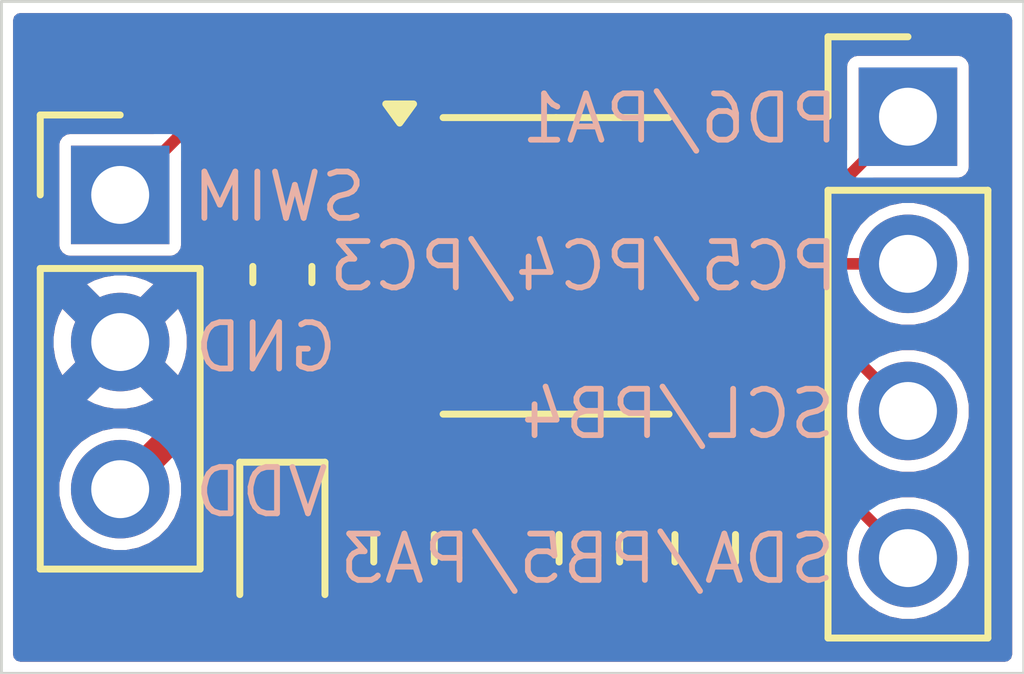
<source format=kicad_pcb>
(kicad_pcb (version 20241229) (generator "pcbnew") (generator_version "9.0")
  (title_block (title "STM8S001J3 | Developement board") (date "2025-11-22") (rev "1"))
  (layers (0 "F.Cu" signal) (2 "B.Cu" signal) (13 "F.Paste" user) (15 "B.Paste" user) (5 "F.SilkS" user "F.Silkscreen") (7 "B.SilkS" user "B.Silkscreen") (1 "F.Mask" user) (3 "B.Mask" user) (25 "Edge.Cuts" user))
  (net 0 "")
  (net 1 "Net-(U1-VCAP)")
  (net 2 "GND")
  (net 3 "/PD6")
  (net 4 "/SDA")
  (net 5 "/SCL")
  (net 6 "/PD5")
  (net 7 "/SWIM")
  (net 8 "Net-(D1-A)")
  (net 9 "+3V3")
  (footprint "Capacitor_SMD:C_0603_1608Metric" (layer "F.Cu") (at 151.2 99.575 90)
    (property "Reference" "C1" (hide yes))
    (property "Value" "1uF" (hide yes))
    (fp_line (start -0.14058 -0.51) (end 0.14058 -0.51) (stroke (width 0.12)) (layer "F.SilkS"))
    (fp_line (start -0.14058 0.51) (end 0.14058 0.51) (stroke (width 0.12)) (layer "F.SilkS"))
    (pad "1" smd roundrect (at -0.775 0 90) (size 0.9 0.95) (layers "F.Cu" "F.Mask" "F.Paste") (net 1 "Net-(U1-VCAP)"))
    (pad "2" smd roundrect (at 0.775 0 90) (size 0.9 0.95) (layers "F.Cu" "F.Mask" "F.Paste") (net 2 "GND"))
  )
  (footprint "Connector_PinHeader_2.54mm:PinHeader_1x03_P2.54mm_Vertical" (layer "F.Cu") (at 148.4 98.2)
    (property "Reference" "J2" (hide yes))
    (property "Value" "PWR/SWIM" (hide yes))
    (fp_line (start -1.38 -1.38) (end 0 -1.38) (stroke (width 0.12)) (layer "F.SilkS"))
    (fp_line (start -1.38 0) (end -1.38 -1.38) (stroke (width 0.12)) (layer "F.SilkS"))
    (fp_line (start -1.38 1.27) (end -1.38 6.46) (stroke (width 0.12)) (layer "F.SilkS"))
    (fp_line (start -1.38 1.27) (end 1.38 1.27) (stroke (width 0.12)) (layer "F.SilkS"))
    (fp_line (start -1.38 6.46) (end 1.38 6.46) (stroke (width 0.12)) (layer "F.SilkS"))
    (fp_line (start 1.38 1.27) (end 1.38 6.46) (stroke (width 0.12)) (layer "F.SilkS"))
    (pad "1" thru_hole rect (at 0 0) (size 1.7 1.7) (drill 1) (layers "*.Cu" "*.Mask") (net 7 "/SWIM"))
    (pad "2" thru_hole circle (at 0 2.54) (size 1.7 1.7) (drill 1) (layers "*.Cu" "*.Mask") (net 2 "GND"))
    (pad "3" thru_hole circle (at 0 5.08) (size 1.7 1.7) (drill 1) (layers "*.Cu" "*.Mask") (net 9 "+3V3"))
  )
  (footprint "Package_SO:SO-8_3.9x4.9mm_P1.27mm" (layer "F.Cu") (at 155.925 99.425)
    (property "Reference" "U1" (hide yes))
    (property "Value" "STM8S001J3M" (hide yes))
    (fp_line (start 0 -2.56) (end -1.95 -2.56) (stroke (width 0.12)) (layer "F.SilkS"))
    (fp_line (start 0 -2.56) (end 1.95 -2.56) (stroke (width 0.12)) (layer "F.SilkS"))
    (fp_line (start 0 2.56) (end -1.95 2.56) (stroke (width 0.12)) (layer "F.SilkS"))
    (fp_line (start 0 2.56) (end 1.95 2.56) (stroke (width 0.12)) (layer "F.SilkS"))
    (fp_poly (pts (xy -2.7 -2.465) (xy -2.94 -2.795) (xy -2.46 -2.795)) (stroke (width 0.12)) (fill yes) (layer "F.SilkS"))
    (pad "1" smd roundrect (at -2.575 -1.905) (size 1.75 0.6) (layers "F.Cu" "F.Mask" "F.Paste") (net 3 "/PD6"))
    (pad "2" smd roundrect (at -2.575 -0.635) (size 1.75 0.6) (layers "F.Cu" "F.Mask" "F.Paste") (net 2 "GND"))
    (pad "3" smd roundrect (at -2.575 0.635) (size 1.75 0.6) (layers "F.Cu" "F.Mask" "F.Paste") (net 1 "Net-(U1-VCAP)"))
    (pad "4" smd roundrect (at -2.575 1.905) (size 1.75 0.6) (layers "F.Cu" "F.Mask" "F.Paste") (net 9 "+3V3"))
    (pad "5" smd roundrect (at 2.575 1.905) (size 1.75 0.6) (layers "F.Cu" "F.Mask" "F.Paste") (net 4 "/SDA"))
    (pad "6" smd roundrect (at 2.575 0.635) (size 1.75 0.6) (layers "F.Cu" "F.Mask" "F.Paste") (net 5 "/SCL"))
    (pad "7" smd roundrect (at 2.575 -0.635) (size 1.75 0.6) (layers "F.Cu" "F.Mask" "F.Paste") (net 6 "/PD5"))
    (pad "8" smd roundrect (at 2.575 -1.905) (size 1.75 0.6) (layers "F.Cu" "F.Mask" "F.Paste") (net 7 "/SWIM"))
  )
  (footprint "Resistor_SMD:R_0603_1608Metric" (layer "F.Cu") (at 156.5 104.3 90)
    (property "Reference" "R2" (hide yes))
    (property "Value" "4.7K" (hide yes))
    (fp_line (start -0.237258 -0.5225) (end 0.237258 -0.5225) (stroke (width 0.12)) (layer "F.SilkS"))
    (fp_line (start -0.237258 0.5225) (end 0.237258 0.5225) (stroke (width 0.12)) (layer "F.SilkS"))
    (pad "1" smd roundrect (at -0.825 0 90) (size 0.8 0.95) (layers "F.Cu" "F.Mask" "F.Paste") (net 9 "+3V3"))
    (pad "2" smd roundrect (at 0.825 0 90) (size 0.8 0.95) (layers "F.Cu" "F.Mask" "F.Paste") (net 5 "/SCL"))
  )
  (footprint "Resistor_SMD:R_0603_1608Metric" (layer "F.Cu") (at 153.3 104.3 -90)
    (property "Reference" "R3" (hide yes))
    (property "Value" "800R" (hide yes))
    (fp_line (start -0.237258 0.5225) (end 0.237258 0.5225) (stroke (width 0.12)) (layer "F.SilkS"))
    (fp_line (start -0.237258 -0.5225) (end 0.237258 -0.5225) (stroke (width 0.12)) (layer "F.SilkS"))
    (pad "1" smd roundrect (at -0.825 0 270) (size 0.8 0.95) (layers "F.Cu" "F.Mask" "F.Paste") (net 9 "+3V3"))
    (pad "2" smd roundrect (at 0.825 0 270) (size 0.8 0.95) (layers "F.Cu" "F.Mask" "F.Paste") (net 8 "Net-(D1-A)"))
  )
  (footprint "Connector_PinHeader_2.54mm:PinHeader_1x04_P2.54mm_Vertical" (layer "F.Cu") (at 162 96.85)
    (property "Reference" "J1" (hide yes))
    (property "Value" "GPIO/I2C" (hide yes))
    (fp_line (start -1.38 -1.38) (end 0 -1.38) (stroke (width 0.12)) (layer "F.SilkS"))
    (fp_line (start -1.38 0) (end -1.38 -1.38) (stroke (width 0.12)) (layer "F.SilkS"))
    (fp_line (start -1.38 1.27) (end -1.38 9) (stroke (width 0.12)) (layer "F.SilkS"))
    (fp_line (start -1.38 1.27) (end 1.38 1.27) (stroke (width 0.12)) (layer "F.SilkS"))
    (fp_line (start -1.38 9) (end 1.38 9) (stroke (width 0.12)) (layer "F.SilkS"))
    (fp_line (start 1.38 1.27) (end 1.38 9) (stroke (width 0.12)) (layer "F.SilkS"))
    (pad "1" thru_hole rect (at 0 0) (size 1.7 1.7) (drill 1) (layers "*.Cu" "*.Mask") (net 3 "/PD6"))
    (pad "2" thru_hole circle (at 0 2.54) (size 1.7 1.7) (drill 1) (layers "*.Cu" "*.Mask") (net 6 "/PD5"))
    (pad "3" thru_hole circle (at 0 5.08) (size 1.7 1.7) (drill 1) (layers "*.Cu" "*.Mask") (net 5 "/SCL"))
    (pad "4" thru_hole circle (at 0 7.62) (size 1.7 1.7) (drill 1) (layers "*.Cu" "*.Mask") (net 4 "/SDA"))
  )
  (footprint "LED_SMD:LED_0603_1608Metric" (layer "F.Cu") (at 151.2 104.3 -90)
    (property "Reference" "D1" (hide yes))
    (property "Value" "GREEN" (hide yes))
    (fp_line (start -1.485 0.735) (end 0.8 0.735) (stroke (width 0.12)) (layer "F.SilkS"))
    (fp_line (start -1.485 -0.735) (end -1.485 0.735) (stroke (width 0.12)) (layer "F.SilkS"))
    (fp_line (start 0.8 -0.735) (end -1.485 -0.735) (stroke (width 0.12)) (layer "F.SilkS"))
    (pad "1" smd roundrect (at -0.7875 0 270) (size 0.875 0.95) (layers "F.Cu" "F.Mask" "F.Paste") (net 2 "GND"))
    (pad "2" smd roundrect (at 0.7875 0 270) (size 0.875 0.95) (layers "F.Cu" "F.Mask" "F.Paste") (net 8 "Net-(D1-A)"))
  )
  (footprint "Resistor_SMD:R_0603_1608Metric" (layer "F.Cu") (at 158.5 104.3 90)
    (property "Reference" "R1" (hide yes))
    (property "Value" "4.7K" (hide yes))
    (fp_line (start -0.237258 -0.5225) (end 0.237258 -0.5225) (stroke (width 0.12)) (layer "F.SilkS"))
    (fp_line (start -0.237258 0.5225) (end 0.237258 0.5225) (stroke (width 0.12)) (layer "F.SilkS"))
    (pad "1" smd roundrect (at -0.825 0 90) (size 0.8 0.95) (layers "F.Cu" "F.Mask" "F.Paste") (net 9 "+3V3"))
    (pad "2" smd roundrect (at 0.825 0 90) (size 0.8 0.95) (layers "F.Cu" "F.Mask" "F.Paste") (net 4 "/SDA"))
  )
  (gr_rect (start 146.35 94.86) (end 164 106.46) (stroke (width 0.05)) (fill no) (layer "Edge.Cuts"))
  (gr_text "SCL/PB4" (at 160.8 102.45 0) (layer "B.SilkS") (effects (font (size 0.8 0.8) (thickness 0.1)) (justify left bottom mirror)))
  (gr_text "SWIM" (at 152.7 98.7 0) (layer "B.SilkS") (effects (font (size 0.8 0.8) (thickness 0.1)) (justify left bottom mirror)))
  (gr_text "SDA/PB5/PA3" (at 160.8 104.95 0) (layer "B.SilkS") (effects (font (size 0.8 0.8) (thickness 0.1)) (justify left bottom mirror)))
  (gr_text "PD6/PA1" (at 160.85 97.35 0) (layer "B.SilkS") (effects (font (size 0.8 0.8) (thickness 0.1)) (justify left bottom mirror)))
  (gr_text "VDD" (at 152.05 103.8 0) (layer "B.SilkS") (effects (font (size 0.8 0.8) (thickness 0.1)) (justify left bottom mirror)))
  (gr_text "PC5/PC4/PC3" (at 160.85 99.9 0) (layer "B.SilkS") (effects (font (size 0.8 0.8) (thickness 0.1)) (justify left bottom mirror)))
  (gr_text "GND" (at 152.2 101.3 0) (layer "B.SilkS") (effects (font (size 0.8 0.8) (thickness 0.1)) (justify left bottom mirror)))
  (segment (start 151.49 100.06) (end 151.2 100.35) (width 0.2) (layer "F.Cu") (net 1))
  (segment (start 153.35 100.06) (end 151.49 100.06) (width 0.2) (layer "F.Cu") (net 1))
  (segment (start 162 96.85) (end 160.661 98.189) (width 0.2) (layer "F.Cu") (net 3))
  (segment (start 154.019 98.189) (end 153.35 97.52) (width 0.2) (layer "F.Cu") (net 3))
  (segment (start 160.661 98.189) (end 154.019 98.189) (width 0.2) (layer "F.Cu") (net 3))
  (segment (start 162 104.47) (end 158.86 101.33) (width 0.2) (layer "F.Cu") (net 4))
  (segment (start 158.5 103.475) (end 158.5 101.33) (width 0.2) (layer "F.Cu") (net 4))
  (segment (start 158.86 101.33) (end 158.5 101.33) (width 0.2) (layer "F.Cu") (net 4))
  (segment (start 158.04 100.06) (end 158.5 100.06) (width 0.2) (layer "F.Cu") (net 5))
  (segment (start 156.5 101.6) (end 158.04 100.06) (width 0.2) (layer "F.Cu") (net 5))
  (segment (start 162 101.93) (end 160.13 100.06) (width 0.2) (layer "F.Cu") (net 5))
  (segment (start 160.13 100.06) (end 158.5 100.06) (width 0.2) (layer "F.Cu") (net 5))
  (segment (start 156.5 103.475) (end 156.5 101.6) (width 0.2) (layer "F.Cu") (net 5))
  (segment (start 160.79 99.39) (end 160.19 98.79) (width 0.2) (layer "F.Cu") (net 6))
  (segment (start 160.19 98.79) (end 158.5 98.79) (width 0.2) (layer "F.Cu") (net 6))
  (segment (start 162 99.39) (end 160.79 99.39) (width 0.2) (layer "F.Cu") (net 6))
  (segment (start 148.4 98.2) (end 149.681 96.919) (width 0.2) (layer "F.Cu") (net 7))
  (segment (start 157.899 96.919) (end 158.5 97.52) (width 0.2) (layer "F.Cu") (net 7))
  (segment (start 149.681 96.919) (end 157.899 96.919) (width 0.2) (layer "F.Cu") (net 7))
  (segment (start 153.3 105.125) (end 151.2375 105.125) (width 0.5) (layer "F.Cu") (net 8))
  (segment (start 151.2375 105.125) (end 151.2 105.0875) (width 0.2) (layer "F.Cu") (net 8))
  (segment (start 156.5 104.9) (end 156.5 105.125) (width 0.2) (layer "F.Cu") (net 9))
  (segment (start 152.28 102.4) (end 154 102.4) (width 0.5) (layer "F.Cu") (net 9))
  (segment (start 153.35 101.33) (end 152.28 102.4) (width 0.5) (layer "F.Cu") (net 9))
  (segment (start 153.35 103.475) (end 153.35 103.47) (width 0.2) (layer "F.Cu") (net 9))
  (segment (start 148.4 103.28) (end 149.28 102.4) (width 0.5) (layer "F.Cu") (net 9))
  (segment (start 152.28 102.4) (end 152 102.4) (width 0.2) (layer "F.Cu") (net 9))
  (segment (start 152 102.4) (end 152.375 102.4) (width 0.5) (layer "F.Cu") (net 9))
  (segment (start 154 102.4) (end 156.5 104.9) (width 0.5) (layer "F.Cu") (net 9))
  (segment (start 153.35 103.47) (end 152.28 102.4) (width 0.5) (layer "F.Cu") (net 9))
  (segment (start 149.28 102.4) (end 152 102.4) (width 0.5) (layer "F.Cu") (net 9))
  (segment (start 156.5 105.125) (end 158.5 105.125) (width 0.5) (layer "F.Cu") (net 9))
  (zone (net 2) (net_name "GND") (layer "F.Cu") (connect_pads (clearance 0.2)) (min_thickness 0.25) (fill yes (thermal_gap 0.3) (thermal_bridge_width 0.6))
    (polygon (pts (xy 164 106.46) (xy 146.35 106.46) (xy 146.35 94.87) (xy 164 94.87)))
    (polygon (pts (xy 151.96 100.56) (xy 152.7 100.56) (xy 152.2 100.31)))
    (polygon (pts (xy 151.65 99.85) (xy 152.48 99.85) (xy 152.48 99.09) (xy 151.65 99.09)))
    (polygon (pts (xy 151.5 98.5) (xy 152.55 98.5) (xy 152.55 97.225) (xy 151.5 97.225)))
  )
  (zone (net 2) (net_name "GND") (layer "B.Cu") (priority 1) (connect_pads (clearance 0.2)) (min_thickness 0.25) (fill yes (thermal_gap 0.3) (thermal_bridge_width 0.6))
    (polygon (pts (xy 146.35 94.868825) (xy 164 94.86) (xy 164 106.46) (xy 146.35 106.46)))
  )
)
</source>
